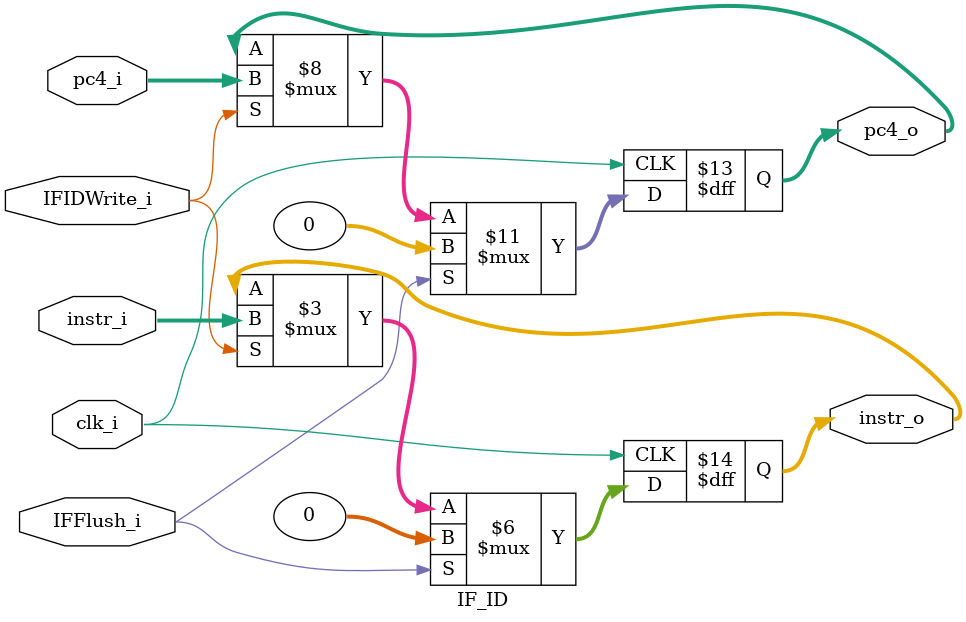
<source format=v>
module IF_ID(
clk_i,
pc4_i,
instr_i,
IFIDWrite_i,
IFFlush_i,
pc4_o,
instr_o);

input   clk_i;
input   [31:0]  pc4_i;
input   [31:0]  instr_i;
input   IFIDWrite_i;
input   IFFlush_i;
output  [31:0]  pc4_o;
output  [31:0]  instr_o;

initial begin
    pc4_o = 32'b0;
    instr_o = 32'b0;
end

always @(posedge clk_i) begin
    if(IFFlush_i) begin
        pc4_o <= 32'b0;
        instr_o <= 32'b0;
    end
    else if(IFIDWrite_i) begin
        pc4_o <= pc4_i;
        instr_o <= instr_i;
    end
end

endmodule

</source>
